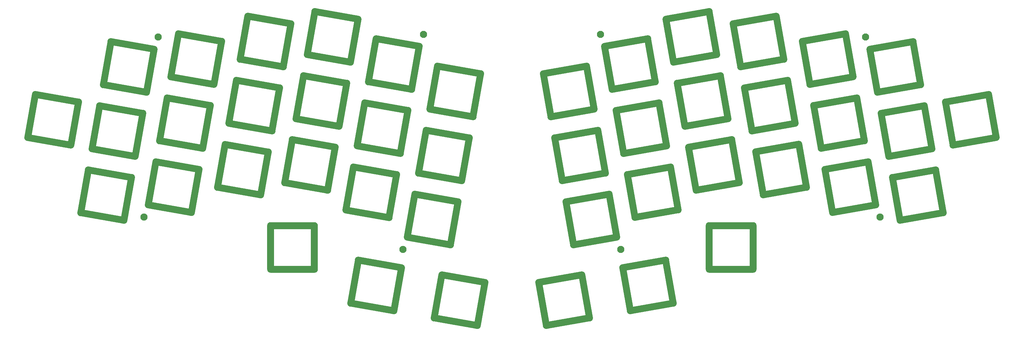
<source format=gts>
G04 #@! TF.GenerationSoftware,KiCad,Pcbnew,(6.0.2)*
G04 #@! TF.CreationDate,2022-04-12T17:12:53+08:00*
G04 #@! TF.ProjectId,plate,706c6174-652e-46b6-9963-61645f706362,rev?*
G04 #@! TF.SameCoordinates,Original*
G04 #@! TF.FileFunction,Soldermask,Top*
G04 #@! TF.FilePolarity,Negative*
%FSLAX46Y46*%
G04 Gerber Fmt 4.6, Leading zero omitted, Abs format (unit mm)*
G04 Created by KiCad (PCBNEW (6.0.2)) date 2022-04-12 17:12:53*
%MOMM*%
%LPD*%
G01*
G04 APERTURE LIST*
G04 Aperture macros list*
%AMHorizOval*
0 Thick line with rounded ends*
0 $1 width*
0 $2 $3 position (X,Y) of the first rounded end (center of the circle)*
0 $4 $5 position (X,Y) of the second rounded end (center of the circle)*
0 Add line between two ends*
20,1,$1,$2,$3,$4,$5,0*
0 Add two circle primitives to create the rounded ends*
1,1,$1,$2,$3*
1,1,$1,$4,$5*%
G04 Aperture macros list end*
%ADD10HorizOval,2.000000X1.111348X-6.302770X-1.111348X6.302770X0*%
%ADD11HorizOval,2.000000X6.302770X1.111348X-6.302770X-1.111348X0*%
%ADD12HorizOval,2.000000X6.302770X-1.111348X-6.302770X1.111348X0*%
%ADD13HorizOval,2.000000X-1.111348X-6.302770X1.111348X6.302770X0*%
%ADD14C,2.100000*%
%ADD15O,14.800000X2.000000*%
%ADD16O,2.000000X14.800000*%
G04 APERTURE END LIST*
D10*
X252199933Y-139406104D03*
D11*
X244787552Y-134224530D03*
X247010248Y-146830070D03*
D10*
X239596130Y-141638648D03*
D11*
X301470248Y-126590070D03*
D10*
X306659933Y-119166104D03*
X294056130Y-121398648D03*
D11*
X299247552Y-113984530D03*
X337767552Y-112994530D03*
D10*
X332576130Y-120408648D03*
D11*
X339990248Y-125600070D03*
D10*
X345179933Y-118176104D03*
D12*
X125023252Y-140221170D03*
X127245948Y-127615630D03*
D13*
X132439106Y-135019900D03*
X119831830Y-132807052D03*
D14*
X236615900Y-157280500D03*
D12*
X151223252Y-101321170D03*
X153445948Y-88715630D03*
D13*
X158639106Y-96119900D03*
X146031830Y-93907052D03*
D11*
X259407552Y-107474530D03*
D10*
X266819933Y-112656104D03*
X254216130Y-114888648D03*
D11*
X261630248Y-120080070D03*
D10*
X309969933Y-137926104D03*
D11*
X304780248Y-145350070D03*
X302557552Y-132744530D03*
D10*
X297366130Y-140158648D03*
D12*
X164765948Y-134225630D03*
D13*
X157351830Y-139417052D03*
X169959106Y-141629900D03*
D12*
X162543252Y-146831170D03*
D11*
X238167552Y-96704530D03*
D10*
X245579933Y-101886104D03*
D11*
X240390248Y-109310070D03*
D10*
X232976130Y-104118648D03*
D11*
X243700248Y-128070070D03*
D10*
X236286130Y-122878648D03*
X248889933Y-120646104D03*
D11*
X241477552Y-115464530D03*
D10*
X329729933Y-140246104D03*
D11*
X322317552Y-135064530D03*
X324540248Y-147670070D03*
D10*
X317126130Y-142478648D03*
D12*
X147923252Y-120081170D03*
D13*
X155339106Y-114879900D03*
X142731830Y-112667052D03*
D12*
X150145948Y-107475630D03*
D11*
X258330248Y-101310070D03*
X256107552Y-88704530D03*
D10*
X263519933Y-93886104D03*
X250916130Y-96118648D03*
D14*
X312319800Y-147800600D03*
D11*
X318997552Y-116304530D03*
D10*
X313806130Y-123718648D03*
X326409933Y-121486104D03*
D11*
X321220248Y-128910070D03*
D14*
X178923500Y-94259700D03*
D12*
X180483252Y-154831170D03*
X182705948Y-142225630D03*
D13*
X175291830Y-147417052D03*
X187899106Y-149629900D03*
D12*
X130555948Y-108855630D03*
D13*
X123141830Y-114047052D03*
X135749106Y-116259900D03*
D12*
X128333252Y-121461170D03*
X113615948Y-95225630D03*
X111393252Y-107831170D03*
D13*
X118809106Y-102629900D03*
X106201830Y-100417052D03*
X115499106Y-121389900D03*
D12*
X108083252Y-126591170D03*
X110305948Y-113985630D03*
D13*
X102891830Y-119177052D03*
D10*
X283099933Y-95276104D03*
D11*
X275687552Y-90094530D03*
D10*
X270496130Y-97508648D03*
D11*
X277910248Y-102700070D03*
D13*
X163971830Y-101897052D03*
X176579106Y-104109900D03*
D12*
X169163252Y-109311170D03*
X171385948Y-96705630D03*
D14*
X172939100Y-157280200D03*
D10*
X221666130Y-149638648D03*
D11*
X229080248Y-154830070D03*
X226857552Y-142224530D03*
D10*
X234269933Y-147406104D03*
X227649933Y-109886104D03*
X215046130Y-112118648D03*
D11*
X222460248Y-117310070D03*
X220237552Y-104704530D03*
D13*
X181901830Y-109897052D03*
X194509106Y-112109900D03*
D12*
X187093252Y-117311170D03*
X189315948Y-104705630D03*
D11*
X281230248Y-121460070D03*
D10*
X286419933Y-114036104D03*
D11*
X279007552Y-108854530D03*
D10*
X273816130Y-116268648D03*
D12*
X90555948Y-116305630D03*
X88333252Y-128911170D03*
D13*
X95749106Y-123709900D03*
X83141830Y-121497052D03*
X183162630Y-171048352D03*
X195769906Y-173261200D03*
D12*
X188354052Y-178462470D03*
X190576748Y-165856930D03*
D11*
X218888252Y-165873230D03*
D10*
X226300633Y-171054804D03*
D11*
X221110948Y-178478770D03*
D10*
X213696830Y-173287348D03*
D11*
X315697552Y-97544530D03*
D10*
X310506130Y-104958648D03*
D11*
X317920248Y-110150070D03*
D10*
X323109933Y-102726104D03*
D13*
X79831830Y-140257052D03*
X92439106Y-142469900D03*
D12*
X85023252Y-147671170D03*
X87245948Y-135065630D03*
X168075948Y-115465630D03*
D13*
X160661830Y-120657052D03*
X173269106Y-122869900D03*
D12*
X165853252Y-128071170D03*
X131643252Y-102691170D03*
D13*
X139059106Y-97489900D03*
D12*
X133865948Y-90085630D03*
D13*
X126451830Y-95277052D03*
D10*
X238226130Y-168968648D03*
X250829933Y-166736104D03*
D11*
X243417552Y-161554530D03*
X245640248Y-174160070D03*
D14*
X101400200Y-95098200D03*
D10*
X289719933Y-132786104D03*
X277116130Y-135018648D03*
D11*
X282307552Y-127604530D03*
X284530248Y-140210070D03*
D15*
X140618000Y-150320000D03*
D16*
X134218000Y-156720000D03*
X147018000Y-156710000D03*
D15*
X140618000Y-163120000D03*
D13*
X76979106Y-120399900D03*
D12*
X71785948Y-112995630D03*
D13*
X64371830Y-118187052D03*
D12*
X69563252Y-125601170D03*
D14*
X230631500Y-94259700D03*
X308154900Y-95098200D03*
D12*
X104773252Y-145351170D03*
D13*
X112189106Y-140149900D03*
D12*
X106995948Y-132745630D03*
D13*
X99581830Y-137937052D03*
D11*
X262717552Y-126224530D03*
D10*
X257526130Y-133638648D03*
D11*
X264940248Y-138830070D03*
D10*
X270129933Y-131406104D03*
D12*
X93865948Y-97545630D03*
D13*
X99059106Y-104949900D03*
X86451830Y-102737052D03*
D12*
X91643252Y-110151170D03*
X166145948Y-161545630D03*
D13*
X171339106Y-168949900D03*
X158731830Y-166737052D03*
D12*
X163923252Y-174151170D03*
D16*
X262428000Y-156720000D03*
X275228000Y-156710000D03*
D15*
X268828000Y-150320000D03*
X268828000Y-163120000D03*
D12*
X183783252Y-136071170D03*
X186005948Y-123465630D03*
D13*
X178591830Y-128657052D03*
X191199106Y-130869900D03*
D12*
X146835948Y-126235630D03*
D13*
X139421830Y-131427052D03*
X152029106Y-133639900D03*
D12*
X144613252Y-138841170D03*
D14*
X97235200Y-147800600D03*
D11*
X298160248Y-107830070D03*
D10*
X303349933Y-100406104D03*
D11*
X295937552Y-95224530D03*
D10*
X290746130Y-102638648D03*
X230959933Y-128646104D03*
X218356130Y-130878648D03*
D11*
X225770248Y-136070070D03*
X223547552Y-123464530D03*
M02*

</source>
